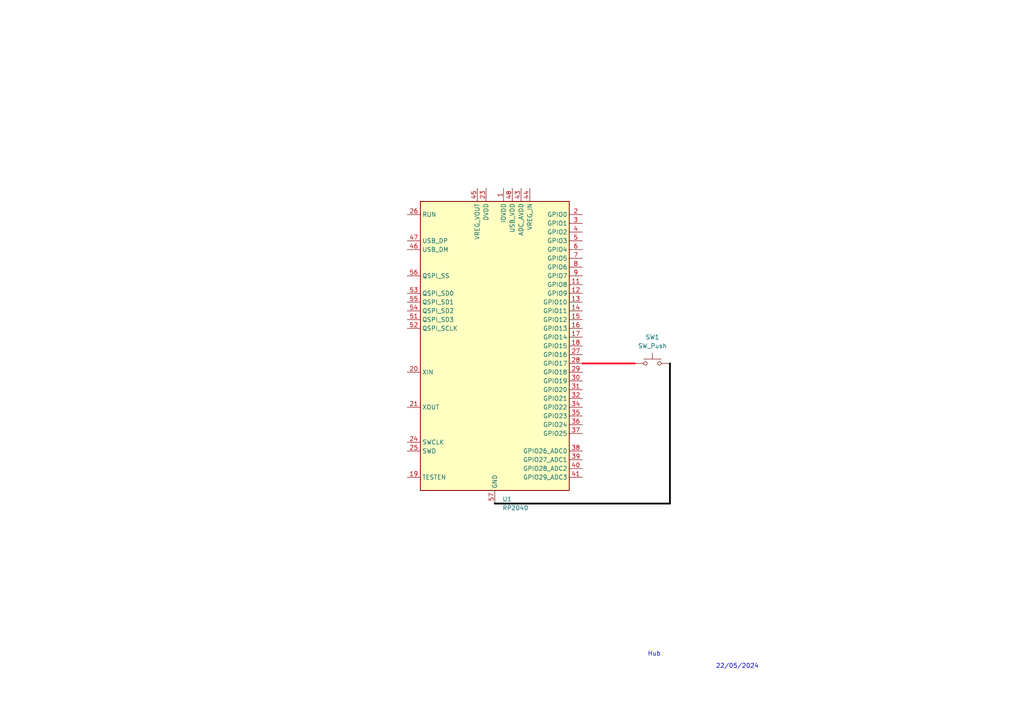
<source format=kicad_sch>
(kicad_sch (version 20231120) (generator "eeschema") (generator_version "8.0")
  (paper "A4")
  (lib_symbols
    (symbol "MCU_RaspberryPi:RP2040"
      (property "Reference" "U" (at 17.78 45.72 0))
      (property "Value" "RP2040" (at 17.78 43.18 0))
      (symbol "RP2040_0_1"
        (rectangle (start -21.59 41.91) (end 21.59 -41.91) (stroke (width 0.254)) (fill (type background)))
      )
      (symbol "RP2040_1_1"
        (pin power_in line (at 2.54 45.72 270) (length 3.81) (name "IOVDD") (number "1"))
        (pin passive line (at 2.54 45.72 270) (length 3.81) hide (name "IOVDD") (number "10"))
        (pin bidirectional line (at 25.4 17.78 180) (length 3.81) (name "GPIO8") (number "11"))
        (pin bidirectional line (at 25.4 15.24 180) (length 3.81) (name "GPIO9") (number "12"))
        (pin bidirectional line (at 25.4 12.7 180) (length 3.81) (name "GPIO10") (number "13"))
        (pin bidirectional line (at 25.4 10.16 180) (length 3.81) (name "GPIO11") (number "14"))
        (pin bidirectional line (at 25.4 7.62 180) (length 3.81) (name "GPIO12") (number "15"))
        (pin bidirectional line (at 25.4 5.08 180) (length 3.81) (name "GPIO13") (number "16"))
        (pin bidirectional line (at 25.4 2.54 180) (length 3.81) (name "GPIO14") (number "17"))
        (pin bidirectional line (at 25.4 0 180) (length 3.81) (name "GPIO15") (number "18"))
        (pin input line (at -25.4 -38.1 0) (length 3.81) (name "TESTEN") (number "19"))
        (pin bidirectional line (at 25.4 38.1 180) (length 3.81) (name "GPIO0") (number "2"))
        (pin input line (at -25.4 -7.62 0) (length 3.81) (name "XIN") (number "20"))
        (pin passive line (at -25.4 -17.78 0) (length 3.81) (name "XOUT") (number "21"))
        (pin passive line (at 2.54 45.72 270) (length 3.81) hide (name "IOVDD") (number "22"))
        (pin power_in line (at -2.54 45.72 270) (length 3.81) (name "DVDD") (number "23"))
        (pin input line (at -25.4 -27.94 0) (length 3.81) (name "SWCLK") (number "24"))
        (pin bidirectional line (at -25.4 -30.48 0) (length 3.81) (name "SWD") (number "25"))
        (pin input line (at -25.4 38.1 0) (length 3.81) (name "RUN") (number "26"))
        (pin bidirectional line (at 25.4 -2.54 180) (length 3.81) (name "GPIO16") (number "27"))
        (pin bidirectional line (at 25.4 -5.08 180) (length 3.81) (name "GPIO17") (number "28"))
        (pin bidirectional line (at 25.4 -7.62 180) (length 3.81) (name "GPIO18") (number "29"))
        (pin bidirectional line (at 25.4 35.56 180) (length 3.81) (name "GPIO1") (number "3"))
        (pin bidirectional line (at 25.4 -10.16 180) (length 3.81) (name "GPIO19") (number "30"))
        (pin bidirectional line (at 25.4 -12.7 180) (length 3.81) (name "GPIO20") (number "31"))
        (pin bidirectional line (at 25.4 -15.24 180) (length 3.81) (name "GPIO21") (number "32"))
        (pin passive line (at 2.54 45.72 270) (length 3.81) hide (name "IOVDD") (number "33"))
        (pin bidirectional line (at 25.4 -17.78 180) (length 3.81) (name "GPIO22") (number "34"))
        (pin bidirectional line (at 25.4 -20.32 180) (length 3.81) (name "GPIO23") (number "35"))
        (pin bidirectional line (at 25.4 -22.86 180) (length 3.81) (name "GPIO24") (number "36"))
        (pin bidirectional line (at 25.4 -25.4 180) (length 3.81) (name "GPIO25") (number "37"))
        (pin bidirectional line (at 25.4 -30.48 180) (length 3.81) (name "GPIO26_ADC0") (number "38"))
        (pin bidirectional line (at 25.4 -33.02 180) (length 3.81) (name "GPIO27_ADC1") (number "39"))
        (pin bidirectional line (at 25.4 33.02 180) (length 3.81) (name "GPIO2") (number "4"))
        (pin bidirectional line (at 25.4 -35.56 180) (length 3.81) (name "GPIO28_ADC2") (number "40"))
        (pin bidirectional line (at 25.4 -38.1 180) (length 3.81) (name "GPIO29_ADC3") (number "41"))
        (pin passive line (at 2.54 45.72 270) (length 3.81) hide (name "IOVDD") (number "42"))
        (pin power_in line (at 7.62 45.72 270) (length 3.81) (name "ADC_AVDD") (number "43"))
        (pin power_in line (at 10.16 45.72 270) (length 3.81) (name "VREG_IN") (number "44"))
        (pin power_out line (at -5.08 45.72 270) (length 3.81) (name "VREG_VOUT") (number "45"))
        (pin bidirectional line (at -25.4 27.94 0) (length 3.81) (name "USB_DM") (number "46"))
        (pin bidirectional line (at -25.4 30.48 0) (length 3.81) (name "USB_DP") (number "47"))
        (pin power_in line (at 5.08 45.72 270) (length 3.81) (name "USB_VDD") (number "48"))
        (pin passive line (at 2.54 45.72 270) (length 3.81) hide (name "IOVDD") (number "49"))
        (pin bidirectional line (at 25.4 30.48 180) (length 3.81) (name "GPIO3") (number "5"))
        (pin passive line (at -2.54 45.72 270) (length 3.81) hide (name "DVDD") (number "50"))
        (pin bidirectional line (at -25.4 7.62 0) (length 3.81) (name "QSPI_SD3") (number "51"))
        (pin output line (at -25.4 5.08 0) (length 3.81) (name "QSPI_SCLK") (number "52"))
        (pin bidirectional line (at -25.4 15.24 0) (length 3.81) (name "QSPI_SD0") (number "53"))
        (pin bidirectional line (at -25.4 10.16 0) (length 3.81) (name "QSPI_SD2") (number "54"))
        (pin bidirectional line (at -25.4 12.7 0) (length 3.81) (name "QSPI_SD1") (number "55"))
        (pin bidirectional line (at -25.4 20.32 0) (length 3.81) (name "QSPI_SS") (number "56"))
        (pin power_in line (at 0 -45.72 90) (length 3.81) (name "GND") (number "57"))
        (pin bidirectional line (at 25.4 27.94 180) (length 3.81) (name "GPIO4") (number "6"))
        (pin bidirectional line (at 25.4 25.4 180) (length 3.81) (name "GPIO5") (number "7"))
        (pin bidirectional line (at 25.4 22.86 180) (length 3.81) (name "GPIO6") (number "8"))
        (pin bidirectional line (at 25.4 20.32 180) (length 3.81) (name "GPIO7") (number "9"))
      )
    )
    (symbol "Switch:SW_Push" (pin_numbers hide) (pin_names (offset 1.016) hide)
      (property "Reference" "SW" (at 1.27 2.54 0))
      (property "Value" "SW_Push" (at 0 -1.524 0))
      (symbol "SW_Push_0_1"
        (circle (center -2.032 0) (radius 0.508))
        (polyline (pts (xy 0 1.27) (xy 0 3.048)))
        (polyline (pts (xy 2.54 1.27) (xy -2.54 1.27)))
        (circle (center 2.032 0) (radius 0.508))
        (pin passive line (at -5.08 0 0) (length 2.54) (name "1") (number "1"))
        (pin passive line (at 5.08 0 180) (length 2.54) (name "2") (number "2"))
      )
    )
  )
  (wire (pts (xy 194.31 146.05) (xy 143.51 146.05)) (stroke (width 0.508) (color 0 0 0 1)))
  (wire (pts (xy 168.91 105.41) (xy 184.15 105.41)) (stroke (width 0.508) (color 255 0 30 1)))
  (wire (pts (xy 194.31 105.41) (xy 194.31 146.05)) (stroke (width 0.508) (color 0 0 0 1)))
  (text "22/05/2024" (at 213.868 193.294 0) (effects (font (size 1.27 1.27))))
  (text "Hub" (at 189.738 189.738 0) (effects (font (size 1.27 1.27))))
  (symbol (lib_id "Switch:SW_Push") (at 189.23 105.41 0) (unit 1)
    (property "Reference" "SW1" (at 189.23 97.79 0))
    (property "Value" "SW_Push" (at 189.23 100.33 0))
    (property "Description" "Push button switch, generic, two pins" (effects (hide yes)))
  )
  (symbol (lib_id "MCU_RaspberryPi:RP2040") (at 143.51 100.33 0) (unit 1)
    (property "Reference" "U1" (at 145.7041 144.78 0) (effects (justify left)))
    (property "Value" "RP2040" (at 145.7041 147.32 0) (effects (justify left)))
    (property "Footprint" "Package_DFN_QFN:QFN-56-1EP_7x7mm_P0.4mm_EP3.2x3.2mm" (effects (hide yes)))
    (property "Datasheet" "https://datasheets.raspberrypi.com/rp2040/rp2040-datasheet.pdf" (effects (hide yes)))
    (property "Description" "A microcontroller by Raspberry Pi" (effects (hide yes)))
  )
)
</source>
